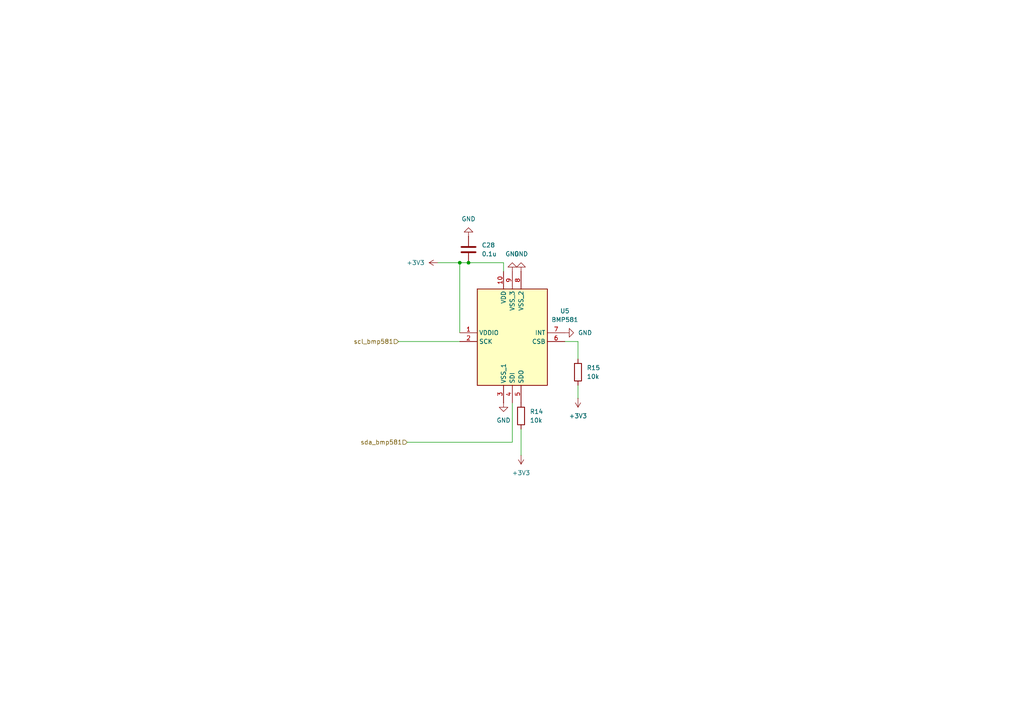
<source format=kicad_sch>
(kicad_sch (version 20250114) (generator "eeschema") (generator_version "9.0")
  (paper "A4")
  (lib_symbols
    (symbol "Device:C" (pin_numbers (hide yes)) (pin_names (offset 0.254))
      (property "Reference" "C" (at 0.635 2.54 0))
      (property "Value" "C" (at 0.635 -2.54 0))
      (symbol "C_0_1"
        (polyline (pts (xy -2.032 0.762) (xy 2.032 0.762)) (stroke (width 0.508)))
        (polyline (pts (xy -2.032 -0.762) (xy 2.032 -0.762)) (stroke (width 0.508)))
      )
      (symbol "C_1_1"
        (pin passive line (at 0 3.81 270) (length 2.794) (name "~") (number "1"))
        (pin passive line (at 0 -3.81 90) (length 2.794) (name "~") (number "2"))
      )
    )
    (symbol "Device:R" (pin_numbers (hide yes)) (pin_names (offset 0))
      (property "Reference" "R" (at 2.032 0 90))
      (property "Value" "R" (at 0 0 90))
      (symbol "R_0_1"
        (rectangle (start -1.016 -2.54) (end 1.016 2.54) (stroke (width 0.254)))
      )
      (symbol "R_1_1"
        (pin passive line (at 0 3.81 270) (length 1.27) (name "~") (number "1"))
        (pin passive line (at 0 -3.81 90) (length 1.27) (name "~") (number "2"))
      )
    )
    (symbol "SamacSys_Parts:BMP581"
      (property "Reference" "U" (at 26.67 17.78 0))
      (property "Value" "BMP581" (at 26.67 15.24 0))
      (symbol "BMP581_1_1"
        (rectangle (start 5.08 12.7) (end 25.4 -15.24) (stroke (width 0.254)) (fill (type background)))
        (pin passive line (at 0 0 0) (length 5.08) (name "VDDIO") (number "1"))
        (pin passive line (at 0 -2.54 0) (length 5.08) (name "SCK") (number "2"))
        (pin passive line (at 12.7 17.78 270) (length 5.08) (name "VDD") (number "10"))
        (pin passive line (at 12.7 -20.32 90) (length 5.08) (name "VSS_1") (number "3"))
        (pin passive line (at 15.24 17.78 270) (length 5.08) (name "VSS_3") (number "9"))
        (pin passive line (at 15.24 -20.32 90) (length 5.08) (name "SDI") (number "4"))
        (pin passive line (at 17.78 17.78 270) (length 5.08) (name "VSS_2") (number "8"))
        (pin passive line (at 17.78 -20.32 90) (length 5.08) (name "SDO") (number "5"))
        (pin passive line (at 30.48 0 180) (length 5.08) (name "INT") (number "7"))
        (pin passive line (at 30.48 -2.54 180) (length 5.08) (name "CSB") (number "6"))
      )
    )
    (symbol "power:+3V3" (power) (pin_numbers (hide yes)) (pin_names (offset 0) (hide yes))
      (property "Value" "+3V3" (at 0 3.556 0))
      (symbol "+3V3_0_1"
        (polyline (pts (xy -0.762 1.27) (xy 0 2.54)))
        (polyline (pts (xy 0 2.54) (xy 0.762 1.27)))
        (polyline (pts (xy 0 0) (xy 0 2.54)))
      )
      (symbol "+3V3_1_1"
        (pin power_in line (at 0 0 90) (length 0) (name "~") (number "1"))
      )
    )
    (symbol "power:GND" (power) (pin_numbers (hide yes)) (pin_names (offset 0) (hide yes))
      (property "Value" "GND" (at 0 -3.81 0))
      (symbol "GND_0_1"
        (polyline (pts (xy 0 0) (xy 0 -1.27) (xy 1.27 -1.27) (xy 0 -2.54) (xy -1.27 -1.27) (xy 0 -1.27)))
      )
      (symbol "GND_1_1"
        (pin power_in line (at 0 0 270) (length 0) (name "~") (number "1"))
      )
    )
  )
  (junction (at 135.89 76.2))
  (junction (at 133.35 76.2))
  (wire (pts (xy 148.59 116.84) (xy 148.59 128.27)))
  (wire (pts (xy 118.11 128.27) (xy 148.59 128.27)))
  (wire (pts (xy 133.35 76.2) (xy 135.89 76.2)))
  (wire (pts (xy 133.35 76.2) (xy 133.35 96.52)))
  (wire (pts (xy 151.13 124.46) (xy 151.13 132.08)))
  (wire (pts (xy 127 76.2) (xy 133.35 76.2)))
  (wire (pts (xy 167.64 115.57) (xy 167.64 111.76)))
  (wire (pts (xy 115.57 99.06) (xy 133.35 99.06)))
  (wire (pts (xy 163.83 99.06) (xy 167.64 99.06)))
  (wire (pts (xy 167.64 99.06) (xy 167.64 104.14)))
  (wire (pts (xy 146.05 78.74) (xy 146.05 76.2)))
  (wire (pts (xy 135.89 76.2) (xy 146.05 76.2)))
  (hierarchical_label "sda_bmp581" (shape input) (at 118.11 128.27 180))
  (hierarchical_label "scl_bmp581" (shape input) (at 115.57 99.06 180))
  (symbol (lib_id "Device:R") (at 151.13 120.65 0) (unit 1)
    (property "Reference" "R14" (at 153.67 119.3799 0) (effects (justify left)))
    (property "Value" "10k" (at 153.67 121.9199 0) (effects (justify left)))
    (property "Footprint" "Resistor_SMD:R_0603_1608Metric" (effects (hide yes)))
    (property "Description" "Resistor" (effects (hide yes)))
  )
  (symbol (lib_id "power:GND") (at 146.05 116.84 0) (unit 1)
    (property "Reference" "#PWR055" (effects (hide yes)))
    (property "Value" "GND" (at 146.05 121.92 0))
    (property "Description" "Power symbol creates a global label with name \"GND\" , ground" (effects (hide yes)))
  )
  (symbol (lib_id "power:+3V3") (at 151.13 132.08 0) (mirror x) (unit 1)
    (property "Reference" "#PWR058" (effects (hide yes)))
    (property "Value" "+3V3" (at 151.13 137.16 0))
    (property "Description" "Power symbol creates a global label with name \"+3V3\"" (effects (hide yes)))
  )
  (symbol (lib_id "power:GND") (at 135.89 68.58 180) (unit 1)
    (property "Reference" "#PWR054" (effects (hide yes)))
    (property "Value" "GND" (at 135.89 63.5 0))
    (property "Description" "Power symbol creates a global label with name \"GND\" , ground" (effects (hide yes)))
  )
  (symbol (lib_id "power:+3V3") (at 127 76.2 90) (unit 1)
    (property "Reference" "#PWR053" (effects (hide yes)))
    (property "Value" "+3V3" (at 123.19 76.1999 90) (effects (justify left)))
    (property "Description" "Power symbol creates a global label with name \"+3V3\"" (effects (hide yes)))
  )
  (symbol (lib_id "power:GND") (at 148.59 78.74 180) (unit 1)
    (property "Reference" "#PWR056" (effects (hide yes)))
    (property "Value" "GND" (at 148.59 73.66 0))
    (property "Description" "Power symbol creates a global label with name \"GND\" , ground" (effects (hide yes)))
  )
  (symbol (lib_id "SamacSys_Parts:BMP581") (at 133.35 96.52 0) (unit 1)
    (property "Reference" "U5" (at 163.83 90.2014 0))
    (property "Value" "BMP581" (at 163.83 92.7414 0))
    (property "Footprint" "footprint:BMP581" (effects (hide yes)))
    (property "Datasheet" "https://www.bosch-sensortec.com/media/boschsensortec/downloads/datasheets/bst-bmp581-ds004.pdf" (effects (hide yes)))
    (property "Description" "Pressure Sensor 4.35PSI ~ 18.13PSI (30kPa ~ 125kPa) Absolute 10-WFLGA" (effects (hide yes)))
    (property "Height" "0.8" (effects (hide yes)))
    (property "Manufacturer_Name" "BOSCH" (effects (hide yes)))
    (property "Manufacturer_Part_Number" "BMP581" (effects (hide yes)))
    (property "Mouser Part Number" "262-BMP581" (effects (hide yes)))
    (property "Mouser Price/Stock" "https://www.mouser.co.uk/ProductDetail/Bosch-Sensortec/BMP581?qs=Li%252BoUPsLEntPL9tlFmcgXg%3D%3D" (effects (hide yes)))
    (property "Arrow Part Number" "BMP581" (effects (hide yes)))
    (property "Arrow Price/Stock" "https://www.arrow.com/en/products/bmp581/bosch?utm_currency=USD&region=nac" (effects (hide yes)))
  )
  (symbol (lib_id "power:GND") (at 163.83 96.52 90) (unit 1)
    (property "Reference" "#PWR059" (effects (hide yes)))
    (property "Value" "GND" (at 167.64 96.5199 90) (effects (justify right)))
    (property "Description" "Power symbol creates a global label with name \"GND\" , ground" (effects (hide yes)))
  )
  (symbol (lib_id "power:GND") (at 151.13 78.74 180) (unit 1)
    (property "Reference" "#PWR057" (effects (hide yes)))
    (property "Value" "GND" (at 151.13 73.66 0))
    (property "Description" "Power symbol creates a global label with name \"GND\" , ground" (effects (hide yes)))
  )
  (symbol (lib_id "Device:R") (at 167.64 107.95 0) (unit 1)
    (property "Reference" "R15" (at 170.18 106.6799 0) (effects (justify left)))
    (property "Value" "10k" (at 170.18 109.2199 0) (effects (justify left)))
    (property "Footprint" "Resistor_SMD:R_0603_1608Metric" (effects (hide yes)))
    (property "Description" "Resistor" (effects (hide yes)))
  )
  (symbol (lib_id "power:+3V3") (at 167.64 115.57 0) (mirror x) (unit 1)
    (property "Reference" "#PWR060" (effects (hide yes)))
    (property "Value" "+3V3" (at 167.64 120.65 0))
    (property "Description" "Power symbol creates a global label with name \"+3V3\"" (effects (hide yes)))
  )
  (symbol (lib_id "Device:C") (at 135.89 72.39 0) (unit 1)
    (property "Reference" "C28" (at 139.7 71.1199 0) (effects (justify left)))
    (property "Value" "0.1u" (at 139.7 73.6599 0) (effects (justify left)))
    (property "Footprint" "Capacitor_SMD:C_0805_2012Metric" (effects (hide yes)))
    (property "Description" "Unpolarized capacitor" (effects (hide yes)))
  )
)
</source>
